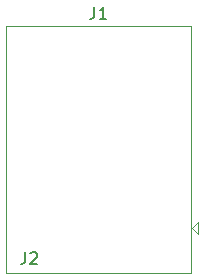
<source format=gbr>
G04 #@! TF.GenerationSoftware,KiCad,Pcbnew,(5.1.4)-1*
G04 #@! TF.CreationDate,2021-01-17T20:12:36-03:30*
G04 #@! TF.ProjectId,Eth_Breakout,4574685f-4272-4656-916b-6f75742e6b69,V1.0*
G04 #@! TF.SameCoordinates,Original*
G04 #@! TF.FileFunction,Legend,Top*
G04 #@! TF.FilePolarity,Positive*
%FSLAX46Y46*%
G04 Gerber Fmt 4.6, Leading zero omitted, Abs format (unit mm)*
G04 Created by KiCad (PCBNEW (5.1.4)-1) date 2021-01-17 20:12:36*
%MOMM*%
%LPD*%
G04 APERTURE LIST*
%ADD10C,0.120000*%
%ADD11C,0.150000*%
G04 APERTURE END LIST*
D10*
X51440000Y-114150000D02*
X67170000Y-114150000D01*
X51440000Y-135040000D02*
X51440000Y-114150000D01*
X67170000Y-135040000D02*
X67170000Y-114150000D01*
X51450000Y-135040000D02*
X67170000Y-135040000D01*
X67250000Y-131250000D02*
X67750000Y-131750000D01*
X67750000Y-131750000D02*
X67750000Y-130750000D01*
X67750000Y-130750000D02*
X67250000Y-131250000D01*
D11*
X58966666Y-112552380D02*
X58966666Y-113266666D01*
X58919047Y-113409523D01*
X58823809Y-113504761D01*
X58680952Y-113552380D01*
X58585714Y-113552380D01*
X59966666Y-113552380D02*
X59395238Y-113552380D01*
X59680952Y-113552380D02*
X59680952Y-112552380D01*
X59585714Y-112695238D01*
X59490476Y-112790476D01*
X59395238Y-112838095D01*
X53116666Y-133302380D02*
X53116666Y-134016666D01*
X53069047Y-134159523D01*
X52973809Y-134254761D01*
X52830952Y-134302380D01*
X52735714Y-134302380D01*
X53545238Y-133397619D02*
X53592857Y-133350000D01*
X53688095Y-133302380D01*
X53926190Y-133302380D01*
X54021428Y-133350000D01*
X54069047Y-133397619D01*
X54116666Y-133492857D01*
X54116666Y-133588095D01*
X54069047Y-133730952D01*
X53497619Y-134302380D01*
X54116666Y-134302380D01*
M02*

</source>
